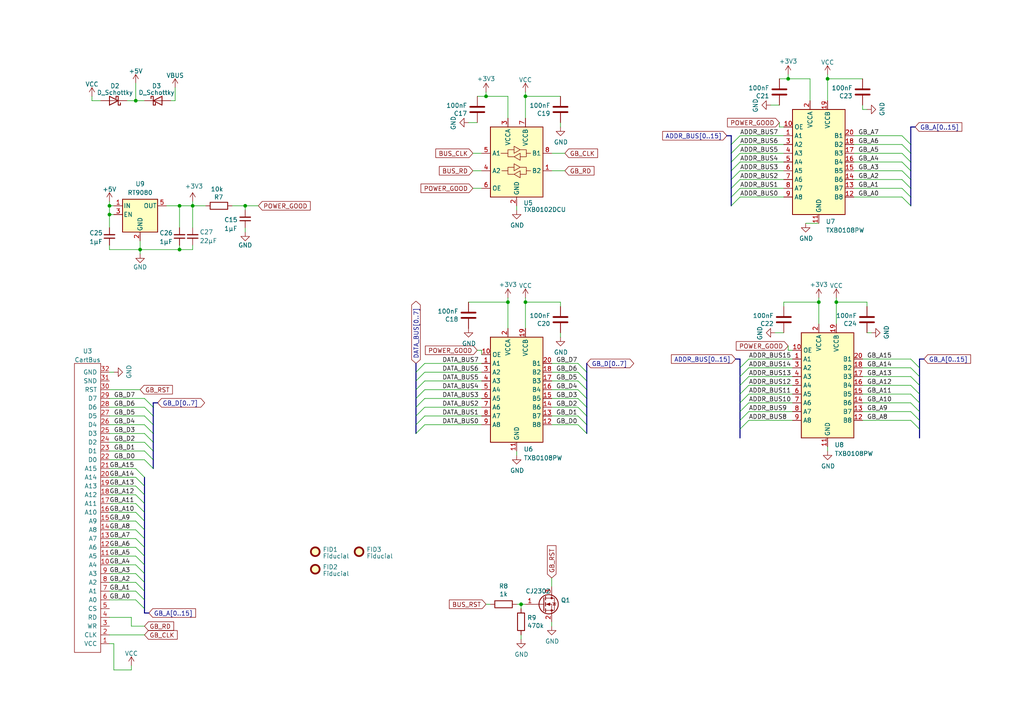
<source format=kicad_sch>
(kicad_sch (version 20250114) (generator "eeschema") (generator_version "9.0")
  (paper "A4")
  (lib_symbols
    (symbol "Device:C" (pin_numbers (hide yes)) (pin_names (offset 0.254))
      (property "Reference" "C" (at 0.635 2.54 0))
      (property "Value" "C" (at 0.635 -2.54 0))
      (symbol "C_0_1"
        (polyline (pts (xy -2.032 0.762) (xy 2.032 0.762)) (stroke (width 0.508)))
        (polyline (pts (xy -2.032 -0.762) (xy 2.032 -0.762)) (stroke (width 0.508)))
      )
      (symbol "C_1_1"
        (pin passive line (at 0 3.81 270) (length 2.794) (name "~") (number "1"))
        (pin passive line (at 0 -3.81 90) (length 2.794) (name "~") (number "2"))
      )
    )
    (symbol "Device:C_Small" (pin_numbers (hide yes)) (pin_names (offset 0.254) (hide yes))
      (property "Reference" "C" (at 0.254 1.778 0))
      (property "Value" "C_Small" (at 0.254 -2.032 0))
      (symbol "C_Small_0_1"
        (polyline (pts (xy -1.524 0.508) (xy 1.524 0.508)) (stroke (width 0.3048)))
        (polyline (pts (xy -1.524 -0.508) (xy 1.524 -0.508)) (stroke (width 0.3302)))
      )
      (symbol "C_Small_1_1"
        (pin passive line (at 0 2.54 270) (length 2.032) (name "~") (number "1"))
        (pin passive line (at 0 -2.54 90) (length 2.032) (name "~") (number "2"))
      )
    )
    (symbol "Device:D_Schottky" (pin_numbers (hide yes)) (pin_names (offset 1.016) (hide yes))
      (property "Reference" "D" (at 0 2.54 0))
      (property "Value" "D_Schottky" (at 0 -2.54 0))
      (symbol "D_Schottky_0_1"
        (polyline (pts (xy -1.905 0.635) (xy -1.905 1.27) (xy -1.27 1.27) (xy -1.27 -1.27) (xy -0.635 -1.27) (xy -0.635 -0.635)) (stroke (width 0.254)))
        (polyline (pts (xy 1.27 1.27) (xy 1.27 -1.27) (xy -1.27 0) (xy 1.27 1.27)) (stroke (width 0.254)))
        (polyline (pts (xy 1.27 0) (xy -1.27 0)))
      )
      (symbol "D_Schottky_1_1"
        (pin passive line (at -3.81 0 0) (length 2.54) (name "K") (number "1"))
        (pin passive line (at 3.81 0 180) (length 2.54) (name "A") (number "2"))
      )
    )
    (symbol "Device:Q_NMOS_GSD" (pin_names (offset 0) (hide yes))
      (property "Reference" "Q" (at 5.08 1.27 0))
      (property "Value" "Q_NMOS_GSD" (at 5.08 -1.27 0))
      (symbol "Q_NMOS_GSD_0_1"
        (polyline (pts (xy 0.254 1.905) (xy 0.254 -1.905)) (stroke (width 0.254)))
        (polyline (pts (xy 0.254 0) (xy -2.54 0)))
        (polyline (pts (xy 0.762 2.286) (xy 0.762 1.27)) (stroke (width 0.254)))
        (polyline (pts (xy 0.762 0.508) (xy 0.762 -0.508)) (stroke (width 0.254)))
        (polyline (pts (xy 0.762 -1.27) (xy 0.762 -2.286)) (stroke (width 0.254)))
        (polyline (pts (xy 0.762 -1.778) (xy 3.302 -1.778) (xy 3.302 1.778) (xy 0.762 1.778)))
        (polyline (pts (xy 1.016 0) (xy 2.032 0.381) (xy 2.032 -0.381) (xy 1.016 0)) (fill (type outline)))
        (circle (center 1.651 0) (radius 2.794) (stroke (width 0.254)))
        (polyline (pts (xy 2.54 2.54) (xy 2.54 1.778)))
        (circle (center 2.54 1.778) (radius 0.254) (fill (type outline)))
        (circle (center 2.54 -1.778) (radius 0.254) (fill (type outline)))
        (polyline (pts (xy 2.54 -2.54) (xy 2.54 0) (xy 0.762 0)))
        (polyline (pts (xy 2.794 0.508) (xy 2.921 0.381) (xy 3.683 0.381) (xy 3.81 0.254)))
        (polyline (pts (xy 3.302 0.381) (xy 2.921 -0.254) (xy 3.683 -0.254) (xy 3.302 0.381)))
      )
      (symbol "Q_NMOS_GSD_1_1"
        (pin input line (at -5.08 0 0) (length 2.54) (name "G") (number "1"))
        (pin passive line (at 2.54 5.08 270) (length 2.54) (name "D") (number "3"))
        (pin passive line (at 2.54 -5.08 90) (length 2.54) (name "S") (number "2"))
      )
    )
    (symbol "Device:R" (pin_numbers (hide yes)) (pin_names (offset 0))
      (property "Reference" "R" (at 2.032 0 90))
      (property "Value" "R" (at 0 0 90))
      (symbol "R_0_1"
        (rectangle (start -1.016 -2.54) (end 1.016 2.54) (stroke (width 0.254)))
      )
      (symbol "R_1_1"
        (pin passive line (at 0 3.81 270) (length 1.27) (name "~") (number "1"))
        (pin passive line (at 0 -3.81 90) (length 1.27) (name "~") (number "2"))
      )
    )
    (symbol "Gameboy:CartBus" (pin_names (offset 1.016))
      (property "Reference" "U?" (at 24.13 -11.43 0))
      (property "Value" "CartBus" (at 24.13 -8.89 0))
      (symbol "CartBus_0_1"
        (rectangle (start 66.04 0) (end -17.78 -7.62))
      )
      (symbol "CartBus_1_1"
        (pin unspecified line (at -15.24 2.54 270) (length 2.54) (name "VCC") (number "1"))
        (pin unspecified line (at -12.7 2.54 270) (length 2.54) (name "CLK~{}") (number "2"))
        (pin unspecified line (at -10.16 2.54 270) (length 2.54) (name "WR") (number "3"))
        (pin unspecified line (at -7.62 2.54 270) (length 2.54) (name "RD") (number "4"))
        (pin unspecified line (at -5.08 2.54 270) (length 2.54) (name "CS") (number "5"))
        (pin unspecified line (at -2.54 2.54 270) (length 2.54) (name "A0") (number "6"))
        (pin unspecified line (at 0 2.54 270) (length 2.54) (name "A1") (number "7"))
        (pin unspecified line (at 2.54 2.54 270) (length 2.54) (name "A2") (number "8"))
        (pin unspecified line (at 5.08 2.54 270) (length 2.54) (name "A3") (number "9"))
        (pin unspecified line (at 7.62 2.54 270) (length 2.54) (name "A4") (number "10"))
        (pin unspecified line (at 10.16 2.54 270) (length 2.54) (name "A5") (number "11"))
        (pin unspecified line (at 12.7 2.54 270) (length 2.54) (name "A6") (number "12"))
        (pin unspecified line (at 15.24 2.54 270) (length 2.54) (name "A7") (number "13"))
        (pin unspecified line (at 17.78 2.54 270) (length 2.54) (name "A8") (number "14"))
        (pin unspecified line (at 20.32 2.54 270) (length 2.54) (name "A9") (number "15"))
        (pin unspecified line (at 22.86 2.54 270) (length 2.54) (name "A10") (number "16"))
        (pin unspecified line (at 25.4 2.54 270) (length 2.54) (name "A11") (number "17"))
        (pin unspecified line (at 27.94 2.54 270) (length 2.54) (name "A12") (number "18"))
        (pin unspecified line (at 30.48 2.54 270) (length 2.54) (name "A13") (number "19"))
        (pin unspecified line (at 33.02 2.54 270) (length 2.54) (name "A14") (number "20"))
        (pin unspecified line (at 35.56 2.54 270) (length 2.54) (name "A15") (number "21"))
        (pin unspecified line (at 38.1 2.54 270) (length 2.54) (name "D0") (number "22"))
        (pin unspecified line (at 40.64 2.54 270) (length 2.54) (name "D1") (number "23"))
        (pin unspecified line (at 43.18 2.54 270) (length 2.54) (name "D2") (number "24"))
        (pin unspecified line (at 45.72 2.54 270) (length 2.54) (name "D3") (number "25"))
        (pin unspecified line (at 48.26 2.54 270) (length 2.54) (name "D4") (number "26"))
        (pin unspecified line (at 50.8 2.54 270) (length 2.54) (name "D5") (number "27"))
        (pin unspecified line (at 53.34 2.54 270) (length 2.54) (name "D6") (number "28"))
        (pin unspecified line (at 55.88 2.54 270) (length 2.54) (name "D7") (number "29"))
        (pin unspecified line (at 58.42 2.54 270) (length 2.54) (name "RST") (number "30"))
        (pin unspecified line (at 60.96 2.54 270) (length 2.54) (name "SND") (number "31"))
        (pin unspecified line (at 63.5 2.54 270) (length 2.54) (name "GND") (number "32"))
      )
    )
    (symbol "Logic_LevelTranslator:TXB0102DCU"
      (property "Reference" "U" (at -6.35 11.43 0))
      (property "Value" "TXB0102DCU" (at 3.81 11.43 0))
      (symbol "TXB0102DCU_0_1"
        (rectangle (start -7.62 10.16) (end 7.62 -10.16) (stroke (width 0.254)) (fill (type background)))
        (polyline (pts (xy -2.54 2.54) (xy -2.54 3.556) (xy -0.762 3.556)))
        (polyline (pts (xy -2.54 -2.54) (xy -2.54 -1.524) (xy -0.762 -1.524)))
        (polyline (pts (xy -0.762 2.54) (xy -0.762 4.572) (xy 1.016 3.556) (xy -0.762 2.54)))
        (polyline (pts (xy -0.762 1.524) (xy -2.54 1.524) (xy -2.54 2.54) (xy -4.572 2.54)))
        (polyline (pts (xy -0.762 -2.54) (xy -0.762 -0.508) (xy 1.016 -1.524) (xy -0.762 -2.54)))
        (polyline (pts (xy -0.762 -3.556) (xy -2.54 -3.556) (xy -2.54 -2.54) (xy -4.318 -2.54)))
        (polyline (pts (xy 1.016 3.556) (xy 2.794 3.556) (xy 2.794 2.54) (xy 4.064 2.54)))
        (polyline (pts (xy 1.016 2.54) (xy 1.016 0.762) (xy 1.016 0.508) (xy -0.762 1.524) (xy 1.016 2.54)))
        (polyline (pts (xy 1.016 -1.524) (xy 2.794 -1.524) (xy 2.794 -2.54) (xy 4.064 -2.54)))
        (polyline (pts (xy 1.016 -2.54) (xy 1.016 -4.572) (xy -0.762 -3.556) (xy 1.016 -2.54)))
        (polyline (pts (xy 2.794 2.54) (xy 2.794 1.524) (xy 1.016 1.524)))
        (polyline (pts (xy 2.794 -2.54) (xy 2.794 -3.556) (xy 1.016 -3.556)))
      )
      (symbol "TXB0102DCU_1_1"
        (pin bidirectional line (at -10.16 2.54 0) (length 2.54) (name "A1") (number "5"))
        (pin bidirectional line (at -10.16 -2.54 0) (length 2.54) (name "A2") (number "4"))
        (pin input line (at -10.16 -7.62 0) (length 2.54) (name "OE") (number "6"))
        (pin power_in line (at -2.54 12.7 270) (length 2.54) (name "VCCA") (number "3"))
        (pin power_in line (at 0 -12.7 90) (length 2.54) (name "GND") (number "2"))
        (pin power_in line (at 2.54 12.7 270) (length 2.54) (name "VCCB") (number "7"))
        (pin bidirectional line (at 10.16 2.54 180) (length 2.54) (name "B1") (number "8"))
        (pin bidirectional line (at 10.16 -2.54 180) (length 2.54) (name "B2") (number "1"))
      )
    )
    (symbol "Logic_LevelTranslator:TXS0108EPW"
      (property "Reference" "U" (at -6.35 16.51 0))
      (property "Value" "TXS0108EPW" (at 3.81 16.51 0))
      (symbol "TXS0108EPW_0_1"
        (rectangle (start -7.62 15.24) (end 7.62 -15.24) (stroke (width 0.254)) (fill (type background)))
      )
      (symbol "TXS0108EPW_1_1"
        (pin input line (at -10.16 10.16 0) (length 2.54) (name "OE") (number "10"))
        (pin bidirectional line (at -10.16 7.62 0) (length 2.54) (name "A1") (number "1"))
        (pin bidirectional line (at -10.16 5.08 0) (length 2.54) (name "A2") (number "3"))
        (pin bidirectional line (at -10.16 2.54 0) (length 2.54) (name "A3") (number "4"))
        (pin bidirectional line (at -10.16 0 0) (length 2.54) (name "A4") (number "5"))
        (pin bidirectional line (at -10.16 -2.54 0) (length 2.54) (name "A5") (number "6"))
        (pin bidirectional line (at -10.16 -5.08 0) (length 2.54) (name "A6") (number "7"))
        (pin bidirectional line (at -10.16 -7.62 0) (length 2.54) (name "A7") (number "8"))
        (pin bidirectional line (at -10.16 -10.16 0) (length 2.54) (name "A8") (number "9"))
        (pin power_in line (at -2.54 17.78 270) (length 2.54) (name "VCCA") (number "2"))
        (pin power_in line (at 0 -17.78 90) (length 2.54) (name "GND") (number "11"))
        (pin power_in line (at 2.54 17.78 270) (length 2.54) (name "VCCB") (number "19"))
        (pin bidirectional line (at 10.16 7.62 180) (length 2.54) (name "B1") (number "20"))
        (pin bidirectional line (at 10.16 5.08 180) (length 2.54) (name "B2") (number "18"))
        (pin bidirectional line (at 10.16 2.54 180) (length 2.54) (name "B3") (number "17"))
        (pin bidirectional line (at 10.16 0 180) (length 2.54) (name "B4") (number "16"))
        (pin bidirectional line (at 10.16 -2.54 180) (length 2.54) (name "B5") (number "15"))
        (pin bidirectional line (at 10.16 -5.08 180) (length 2.54) (name "B6") (number "14"))
        (pin bidirectional line (at 10.16 -7.62 180) (length 2.54) (name "B7") (number "13"))
        (pin bidirectional line (at 10.16 -10.16 180) (length 2.54) (name "B8") (number "12"))
      )
    )
    (symbol "Mechanical:Fiducial"
      (property "Reference" "FID" (at 0 5.08 0))
      (property "Value" "Fiducial" (at 0 3.175 0))
      (symbol "Fiducial_0_1"
        (circle (center 0 0) (radius 1.27) (stroke (width 0.508)) (fill (type background)))
      )
    )
    (symbol "Regulator_Linear:TLV75533PDBV" (pin_names (offset 0.254))
      (property "Reference" "U" (at -3.81 5.715 0))
      (property "Value" "TLV75533PDBV" (at 0 5.715 0))
      (symbol "TLV75533PDBV_0_1"
        (rectangle (start -5.08 4.445) (end 5.08 -5.08) (stroke (width 0.254)) (fill (type background)))
      )
      (symbol "TLV75533PDBV_1_1"
        (pin power_in line (at -7.62 2.54 0) (length 2.54) (name "IN") (number "1"))
        (pin input line (at -7.62 0 0) (length 2.54) (name "EN") (number "3"))
        (pin power_in line (at 0 -7.62 90) (length 2.54) (name "GND") (number "2"))
        (pin no_connect line (at 5.08 0 180) (length 2.54) (hide yes) (name "NC") (number "4"))
        (pin power_out line (at 7.62 2.54 180) (length 2.54) (name "OUT") (number "5"))
      )
    )
    (symbol "power:+3V3" (power) (pin_names (offset 0))
      (property "Value" "+3V3" (at 0 3.556 0))
      (symbol "+3V3_0_1"
        (polyline (pts (xy -0.762 1.27) (xy 0 2.54)))
        (polyline (pts (xy 0 2.54) (xy 0.762 1.27)))
        (polyline (pts (xy 0 0) (xy 0 2.54)))
      )
      (symbol "+3V3_1_1"
        (pin power_in line (at 0 0 90) (length 0) (hide yes) (name "+3V3") (number "1"))
      )
    )
    (symbol "power:+5V" (power) (pin_names (offset 0))
      (property "Value" "+5V" (at 0 3.556 0))
      (symbol "+5V_0_1"
        (polyline (pts (xy -0.762 1.27) (xy 0 2.54)))
        (polyline (pts (xy 0 2.54) (xy 0.762 1.27)))
        (polyline (pts (xy 0 0) (xy 0 2.54)))
      )
      (symbol "+5V_1_1"
        (pin power_in line (at 0 0 90) (length 0) (hide yes) (name "+5V") (number "1"))
      )
    )
    (symbol "power:GND" (power) (pin_names (offset 0))
      (property "Value" "GND" (at 0 -3.81 0))
      (symbol "GND_0_1"
        (polyline (pts (xy 0 0) (xy 0 -1.27) (xy 1.27 -1.27) (xy 0 -2.54) (xy -1.27 -1.27) (xy 0 -1.27)))
      )
      (symbol "GND_1_1"
        (pin power_in line (at 0 0 270) (length 0) (hide yes) (name "GND") (number "1"))
      )
    )
    (symbol "power:VBUS" (power) (pin_names (offset 0))
      (property "Value" "VBUS" (at 0 3.81 0))
      (symbol "VBUS_0_1"
        (polyline (pts (xy -0.762 1.27) (xy 0 2.54)))
        (polyline (pts (xy 0 2.54) (xy 0.762 1.27)))
        (polyline (pts (xy 0 0) (xy 0 2.54)))
      )
      (symbol "VBUS_1_1"
        (pin power_in line (at 0 0 90) (length 0) (hide yes) (name "VBUS") (number "1"))
      )
    )
    (symbol "power:VCC" (power) (pin_names (offset 0))
      (property "Value" "VCC" (at 0 3.81 0))
      (symbol "VCC_0_1"
        (polyline (pts (xy -0.762 1.27) (xy 0 2.54)))
        (polyline (pts (xy 0 2.54) (xy 0.762 1.27)))
        (polyline (pts (xy 0 0) (xy 0 2.54)))
      )
      (symbol "VCC_1_1"
        (pin power_in line (at 0 0 90) (length 0) (hide yes) (name "VCC") (number "1"))
      )
    )
  )
  (junction (at 31.75 59.69))
  (junction (at 152.4 87.63))
  (junction (at 140.97 27.94))
  (junction (at 39.37 29.21))
  (junction (at 52.07 59.69))
  (junction (at 152.4 27.94))
  (junction (at 71.12 59.69))
  (junction (at 237.49 87.63))
  (junction (at 151.13 175.26))
  (junction (at 240.03 22.86))
  (junction (at 147.32 87.63))
  (junction (at 52.07 72.39))
  (junction (at 55.88 59.69))
  (junction (at 242.57 87.63))
  (junction (at 228.6 22.86))
  (junction (at 31.75 62.23))
  (junction (at 40.64 72.39))
  (bus_entry (at 264.16 109.22) (size 2.54 2.54))
  (bus_entry (at 264.16 106.68) (size 2.54 2.54))
  (bus_entry (at 264.16 111.76) (size 2.54 2.54))
  (bus_entry (at 167.64 107.95) (size 2.54 2.54))
  (bus_entry (at 41.91 123.19) (size 2.54 2.54))
  (bus_entry (at 39.37 138.43) (size 2.54 2.54))
  (bus_entry (at 261.62 41.91) (size 2.54 2.54))
  (bus_entry (at 261.62 54.61) (size 2.54 2.54))
  (bus_entry (at 120.65 110.49) (size 2.54 -2.54))
  (bus_entry (at 167.64 115.57) (size 2.54 2.54))
  (bus_entry (at 264.16 104.14) (size 2.54 2.54))
  (bus_entry (at 261.62 46.99) (size 2.54 2.54))
  (bus_entry (at 214.63 111.76) (size 2.54 -2.54))
  (bus_entry (at 212.09 41.91) (size 2.54 -2.54))
  (bus_entry (at 214.63 121.92) (size 2.54 -2.54))
  (bus_entry (at 167.64 120.65) (size 2.54 2.54))
  (bus_entry (at 212.09 44.45) (size 2.54 -2.54))
  (bus_entry (at 167.64 118.11) (size 2.54 2.54))
  (bus_entry (at 214.63 114.3) (size 2.54 -2.54))
  (bus_entry (at 261.62 44.45) (size 2.54 2.54))
  (bus_entry (at 39.37 140.97) (size 2.54 2.54))
  (bus_entry (at 264.16 121.92) (size 2.54 2.54))
  (bus_entry (at 261.62 57.15) (size 2.54 2.54))
  (bus_entry (at 167.64 123.19) (size 2.54 2.54))
  (bus_entry (at 39.37 143.51) (size 2.54 2.54))
  (bus_entry (at 261.62 52.07) (size 2.54 2.54))
  (bus_entry (at 212.09 59.69) (size 2.54 -2.54))
  (bus_entry (at 264.16 116.84) (size 2.54 2.54))
  (bus_entry (at 39.37 135.89) (size 2.54 2.54))
  (bus_entry (at 120.65 115.57) (size 2.54 -2.54))
  (bus_entry (at 120.65 125.73) (size 2.54 -2.54))
  (bus_entry (at 214.63 119.38) (size 2.54 -2.54))
  (bus_entry (at 39.37 173.99) (size 2.54 2.54))
  (bus_entry (at 214.63 124.46) (size 2.54 -2.54))
  (bus_entry (at 214.63 106.68) (size 2.54 -2.54))
  (bus_entry (at 39.37 166.37) (size 2.54 2.54))
  (bus_entry (at 212.09 49.53) (size 2.54 -2.54))
  (bus_entry (at 41.91 115.57) (size 2.54 2.54))
  (bus_entry (at 39.37 153.67) (size 2.54 2.54))
  (bus_entry (at 120.65 107.95) (size 2.54 -2.54))
  (bus_entry (at 212.09 52.07) (size 2.54 -2.54))
  (bus_entry (at 214.63 109.22) (size 2.54 -2.54))
  (bus_entry (at 120.65 113.03) (size 2.54 -2.54))
  (bus_entry (at 41.91 133.35) (size 2.54 2.54))
  (bus_entry (at 261.62 49.53) (size 2.54 2.54))
  (bus_entry (at 39.37 151.13) (size 2.54 2.54))
  (bus_entry (at 167.64 110.49) (size 2.54 2.54))
  (bus_entry (at 264.16 119.38) (size 2.54 2.54))
  (bus_entry (at 214.63 116.84) (size 2.54 -2.54))
  (bus_entry (at 167.64 113.03) (size 2.54 2.54))
  (bus_entry (at 39.37 148.59) (size 2.54 2.54))
  (bus_entry (at 39.37 156.21) (size 2.54 2.54))
  (bus_entry (at 41.91 125.73) (size 2.54 2.54))
  (bus_entry (at 41.91 120.65) (size 2.54 2.54))
  (bus_entry (at 39.37 163.83) (size 2.54 2.54))
  (bus_entry (at 120.65 123.19) (size 2.54 -2.54))
  (bus_entry (at 39.37 161.29) (size 2.54 2.54))
  (bus_entry (at 41.91 128.27) (size 2.54 2.54))
  (bus_entry (at 261.62 39.37) (size 2.54 2.54))
  (bus_entry (at 39.37 171.45) (size 2.54 2.54))
  (bus_entry (at 212.09 54.61) (size 2.54 -2.54))
  (bus_entry (at 212.09 46.99) (size 2.54 -2.54))
  (bus_entry (at 39.37 158.75) (size 2.54 2.54))
  (bus_entry (at 41.91 130.81) (size 2.54 2.54))
  (bus_entry (at 264.16 114.3) (size 2.54 2.54))
  (bus_entry (at 120.65 118.11) (size 2.54 -2.54))
  (bus_entry (at 39.37 146.05) (size 2.54 2.54))
  (bus_entry (at 41.91 118.11) (size 2.54 2.54))
  (bus_entry (at 39.37 168.91) (size 2.54 2.54))
  (bus_entry (at 212.09 57.15) (size 2.54 -2.54))
  (bus_entry (at 120.65 120.65) (size 2.54 -2.54))
  (bus_entry (at 167.64 105.41) (size 2.54 2.54))
  (wire (pts (xy 31.75 168.91) (xy 39.37 168.91)))
  (wire (pts (xy 137.16 49.53) (xy 139.7 49.53)))
  (wire (pts (xy 250.19 109.22) (xy 264.16 109.22)))
  (bus (pts (xy 41.91 168.91) (xy 41.91 171.45)))
  (wire (pts (xy 160.02 120.65) (xy 167.64 120.65)))
  (bus (pts (xy 120.65 115.57) (xy 120.65 118.11)))
  (bus (pts (xy 212.09 54.61) (xy 212.09 57.15)))
  (bus (pts (xy 214.63 114.3) (xy 214.63 116.84)))
  (wire (pts (xy 140.97 27.94) (xy 138.43 27.94)))
  (wire (pts (xy 234.95 22.86) (xy 234.95 29.21)))
  (wire (pts (xy 123.19 115.57) (xy 139.7 115.57)))
  (wire (pts (xy 149.86 59.69) (xy 149.86 60.96)))
  (wire (pts (xy 31.75 123.19) (xy 41.91 123.19)))
  (wire (pts (xy 228.6 21.59) (xy 228.6 22.86)))
  (bus (pts (xy 41.91 153.67) (xy 41.91 156.21)))
  (wire (pts (xy 40.64 72.39) (xy 52.07 72.39)))
  (wire (pts (xy 152.4 26.67) (xy 152.4 27.94)))
  (wire (pts (xy 31.75 146.05) (xy 39.37 146.05)))
  (wire (pts (xy 250.19 31.75) (xy 251.46 31.75)))
  (wire (pts (xy 31.75 148.59) (xy 39.37 148.59)))
  (bus (pts (xy 170.18 105.41) (xy 170.18 107.95)))
  (wire (pts (xy 31.75 143.51) (xy 39.37 143.51)))
  (wire (pts (xy 162.56 35.56) (xy 162.56 36.83)))
  (bus (pts (xy 170.18 115.57) (xy 170.18 118.11)))
  (wire (pts (xy 33.02 194.31) (xy 38.1 194.31)))
  (wire (pts (xy 217.17 121.92) (xy 229.87 121.92)))
  (bus (pts (xy 266.7 119.38) (xy 266.7 121.92)))
  (wire (pts (xy 123.19 107.95) (xy 139.7 107.95)))
  (wire (pts (xy 217.17 114.3) (xy 229.87 114.3)))
  (wire (pts (xy 31.75 158.75) (xy 39.37 158.75)))
  (wire (pts (xy 240.03 22.86) (xy 240.03 29.21)))
  (bus (pts (xy 264.16 52.07) (xy 264.16 54.61)))
  (bus (pts (xy 44.45 118.11) (xy 44.45 116.84)))
  (bus (pts (xy 41.91 143.51) (xy 41.91 146.05)))
  (wire (pts (xy 36.83 29.21) (xy 39.37 29.21)))
  (bus (pts (xy 44.45 133.35) (xy 44.45 135.89)))
  (wire (pts (xy 227.33 88.9) (xy 227.33 87.63)))
  (bus (pts (xy 214.63 124.46) (xy 214.63 127)))
  (wire (pts (xy 250.19 30.48) (xy 250.19 31.75)))
  (wire (pts (xy 39.37 24.13) (xy 39.37 29.21)))
  (bus (pts (xy 41.91 156.21) (xy 41.91 158.75)))
  (bus (pts (xy 266.7 116.84) (xy 266.7 119.38)))
  (wire (pts (xy 31.75 118.11) (xy 41.91 118.11)))
  (wire (pts (xy 31.75 138.43) (xy 39.37 138.43)))
  (wire (pts (xy 123.19 105.41) (xy 139.7 105.41)))
  (bus (pts (xy 264.16 36.83) (xy 265.43 36.83)))
  (wire (pts (xy 31.75 186.69) (xy 33.02 186.69)))
  (bus (pts (xy 266.7 124.46) (xy 266.7 127)))
  (wire (pts (xy 217.17 106.68) (xy 229.87 106.68)))
  (wire (pts (xy 40.64 69.85) (xy 40.64 72.39)))
  (bus (pts (xy 41.91 140.97) (xy 41.91 143.51)))
  (bus (pts (xy 264.16 49.53) (xy 264.16 52.07)))
  (bus (pts (xy 212.09 39.37) (xy 212.09 41.91)))
  (wire (pts (xy 217.17 109.22) (xy 229.87 109.22)))
  (wire (pts (xy 247.65 54.61) (xy 261.62 54.61)))
  (wire (pts (xy 71.12 66.04) (xy 71.12 67.31)))
  (wire (pts (xy 152.4 27.94) (xy 152.4 34.29)))
  (wire (pts (xy 214.63 57.15) (xy 227.33 57.15)))
  (wire (pts (xy 160.02 115.57) (xy 167.64 115.57)))
  (wire (pts (xy 137.16 44.45) (xy 139.7 44.45)))
  (wire (pts (xy 160.02 123.19) (xy 167.64 123.19)))
  (wire (pts (xy 227.33 87.63) (xy 237.49 87.63)))
  (wire (pts (xy 247.65 41.91) (xy 261.62 41.91)))
  (wire (pts (xy 31.75 125.73) (xy 41.91 125.73)))
  (wire (pts (xy 247.65 49.53) (xy 261.62 49.53)))
  (wire (pts (xy 152.4 86.36) (xy 152.4 87.63)))
  (wire (pts (xy 247.65 52.07) (xy 261.62 52.07)))
  (wire (pts (xy 138.43 101.6) (xy 139.7 101.6)))
  (wire (pts (xy 31.75 113.03) (xy 40.64 113.03)))
  (wire (pts (xy 55.88 71.12) (xy 55.88 72.39)))
  (wire (pts (xy 160.02 180.34) (xy 160.02 181.61)))
  (bus (pts (xy 266.7 111.76) (xy 266.7 114.3)))
  (bus (pts (xy 41.91 176.53) (xy 41.91 177.8)))
  (bus (pts (xy 41.91 173.99) (xy 41.91 176.53)))
  (wire (pts (xy 214.63 52.07) (xy 227.33 52.07)))
  (wire (pts (xy 31.75 120.65) (xy 41.91 120.65)))
  (wire (pts (xy 31.75 133.35) (xy 41.91 133.35)))
  (wire (pts (xy 228.6 100.33) (xy 228.6 101.6)))
  (wire (pts (xy 71.12 60.96) (xy 71.12 59.69)))
  (bus (pts (xy 214.63 116.84) (xy 214.63 119.38)))
  (bus (pts (xy 120.65 110.49) (xy 120.65 113.03)))
  (bus (pts (xy 214.63 109.22) (xy 214.63 106.68)))
  (wire (pts (xy 224.79 96.52) (xy 227.33 96.52)))
  (bus (pts (xy 170.18 123.19) (xy 170.18 125.73)))
  (bus (pts (xy 41.91 177.8) (xy 43.18 177.8)))
  (wire (pts (xy 33.02 186.69) (xy 33.02 194.31)))
  (wire (pts (xy 223.52 30.48) (xy 226.06 30.48)))
  (wire (pts (xy 52.07 59.69) (xy 52.07 66.04)))
  (bus (pts (xy 44.45 116.84) (xy 45.72 116.84)))
  (wire (pts (xy 55.88 66.04) (xy 55.88 59.69)))
  (bus (pts (xy 212.09 46.99) (xy 212.09 49.53)))
  (wire (pts (xy 31.75 62.23) (xy 31.75 66.04)))
  (bus (pts (xy 264.16 44.45) (xy 264.16 46.99)))
  (wire (pts (xy 26.67 29.21) (xy 26.67 27.94)))
  (wire (pts (xy 31.75 128.27) (xy 41.91 128.27)))
  (wire (pts (xy 151.13 184.15) (xy 151.13 185.42)))
  (wire (pts (xy 31.75 166.37) (xy 39.37 166.37)))
  (wire (pts (xy 67.31 59.69) (xy 71.12 59.69)))
  (bus (pts (xy 213.36 104.14) (xy 214.63 104.14)))
  (wire (pts (xy 214.63 46.99) (xy 227.33 46.99)))
  (wire (pts (xy 163.83 44.45) (xy 160.02 44.45)))
  (bus (pts (xy 41.91 151.13) (xy 41.91 153.67)))
  (wire (pts (xy 31.75 71.12) (xy 31.75 72.39)))
  (wire (pts (xy 123.19 118.11) (xy 139.7 118.11)))
  (wire (pts (xy 48.26 59.69) (xy 52.07 59.69)))
  (wire (pts (xy 31.75 163.83) (xy 39.37 163.83)))
  (wire (pts (xy 71.12 59.69) (xy 74.93 59.69)))
  (wire (pts (xy 240.03 22.86) (xy 250.19 22.86)))
  (bus (pts (xy 44.45 130.81) (xy 44.45 133.35)))
  (wire (pts (xy 229.87 101.6) (xy 228.6 101.6)))
  (bus (pts (xy 170.18 110.49) (xy 170.18 113.03)))
  (wire (pts (xy 147.32 34.29) (xy 147.32 27.94)))
  (wire (pts (xy 250.19 104.14) (xy 264.16 104.14)))
  (wire (pts (xy 162.56 87.63) (xy 152.4 87.63)))
  (wire (pts (xy 242.57 87.63) (xy 251.46 87.63)))
  (bus (pts (xy 41.91 171.45) (xy 41.91 173.99)))
  (wire (pts (xy 31.75 153.67) (xy 39.37 153.67)))
  (bus (pts (xy 41.91 138.43) (xy 41.91 140.97)))
  (wire (pts (xy 242.57 86.36) (xy 242.57 87.63)))
  (bus (pts (xy 120.65 123.19) (xy 120.65 125.73)))
  (wire (pts (xy 251.46 96.52) (xy 252.73 96.52)))
  (bus (pts (xy 120.65 107.95) (xy 120.65 110.49)))
  (bus (pts (xy 120.65 118.11) (xy 120.65 120.65)))
  (wire (pts (xy 217.17 119.38) (xy 229.87 119.38)))
  (wire (pts (xy 55.88 59.69) (xy 59.69 59.69)))
  (wire (pts (xy 214.63 54.61) (xy 227.33 54.61)))
  (wire (pts (xy 217.17 116.84) (xy 229.87 116.84)))
  (bus (pts (xy 120.65 113.03) (xy 120.65 115.57)))
  (bus (pts (xy 41.91 163.83) (xy 41.91 166.37)))
  (bus (pts (xy 264.16 41.91) (xy 264.16 44.45)))
  (bus (pts (xy 41.91 161.29) (xy 41.91 163.83)))
  (wire (pts (xy 237.49 87.63) (xy 237.49 93.98)))
  (wire (pts (xy 160.02 49.53) (xy 163.83 49.53)))
  (wire (pts (xy 123.19 123.19) (xy 139.7 123.19)))
  (bus (pts (xy 214.63 106.68) (xy 214.63 104.14)))
  (wire (pts (xy 38.1 181.61) (xy 41.91 181.61)))
  (wire (pts (xy 149.86 175.26) (xy 151.13 175.26)))
  (wire (pts (xy 162.56 88.9) (xy 162.56 87.63)))
  (wire (pts (xy 139.7 101.6) (xy 139.7 102.87)))
  (wire (pts (xy 250.19 106.68) (xy 264.16 106.68)))
  (bus (pts (xy 170.18 118.11) (xy 170.18 120.65)))
  (wire (pts (xy 147.32 87.63) (xy 147.32 86.36)))
  (wire (pts (xy 40.64 72.39) (xy 40.64 73.66)))
  (bus (pts (xy 41.91 166.37) (xy 41.91 168.91)))
  (bus (pts (xy 170.18 120.65) (xy 170.18 123.19)))
  (bus (pts (xy 266.7 109.22) (xy 266.7 111.76)))
  (bus (pts (xy 170.18 107.95) (xy 170.18 110.49)))
  (wire (pts (xy 160.02 167.64) (xy 160.02 170.18)))
  (wire (pts (xy 31.75 107.95) (xy 33.02 107.95)))
  (wire (pts (xy 38.1 194.31) (xy 38.1 193.04)))
  (wire (pts (xy 31.75 58.42) (xy 31.75 59.69)))
  (wire (pts (xy 152.4 27.94) (xy 162.56 27.94)))
  (bus (pts (xy 264.16 54.61) (xy 264.16 57.15)))
  (wire (pts (xy 147.32 27.94) (xy 140.97 27.94)))
  (wire (pts (xy 31.75 135.89) (xy 39.37 135.89)))
  (wire (pts (xy 31.75 140.97) (xy 39.37 140.97)))
  (wire (pts (xy 214.63 41.91) (xy 227.33 41.91)))
  (bus (pts (xy 266.7 106.68) (xy 266.7 109.22)))
  (bus (pts (xy 266.7 114.3) (xy 266.7 116.84)))
  (wire (pts (xy 247.65 57.15) (xy 261.62 57.15)))
  (wire (pts (xy 52.07 59.69) (xy 55.88 59.69)))
  (wire (pts (xy 31.75 115.57) (xy 41.91 115.57)))
  (bus (pts (xy 212.09 52.07) (xy 212.09 54.61)))
  (bus (pts (xy 41.91 148.59) (xy 41.91 151.13)))
  (wire (pts (xy 123.19 120.65) (xy 139.7 120.65)))
  (bus (pts (xy 264.16 36.83) (xy 264.16 41.91)))
  (wire (pts (xy 234.95 22.86) (xy 228.6 22.86)))
  (wire (pts (xy 149.86 130.81) (xy 149.86 132.08)))
  (bus (pts (xy 214.63 109.22) (xy 214.63 111.76)))
  (wire (pts (xy 250.19 119.38) (xy 264.16 119.38)))
  (wire (pts (xy 227.33 36.83) (xy 226.06 36.83)))
  (bus (pts (xy 266.7 104.14) (xy 266.7 106.68)))
  (wire (pts (xy 39.37 29.21) (xy 41.91 29.21)))
  (bus (pts (xy 212.09 49.53) (xy 212.09 52.07)))
  (wire (pts (xy 242.57 87.63) (xy 242.57 93.98)))
  (wire (pts (xy 31.75 171.45) (xy 39.37 171.45)))
  (wire (pts (xy 214.63 39.37) (xy 227.33 39.37)))
  (wire (pts (xy 52.07 71.12) (xy 52.07 72.39)))
  (wire (pts (xy 250.19 114.3) (xy 264.16 114.3)))
  (bus (pts (xy 41.91 146.05) (xy 41.91 148.59)))
  (wire (pts (xy 31.75 156.21) (xy 39.37 156.21)))
  (wire (pts (xy 152.4 87.63) (xy 152.4 95.25)))
  (wire (pts (xy 162.56 96.52) (xy 162.56 97.79)))
  (bus (pts (xy 212.09 41.91) (xy 212.09 44.45)))
  (wire (pts (xy 38.1 179.07) (xy 38.1 181.61)))
  (wire (pts (xy 29.21 29.21) (xy 26.67 29.21)))
  (wire (pts (xy 217.17 104.14) (xy 229.87 104.14)))
  (wire (pts (xy 55.88 58.42) (xy 55.88 59.69)))
  (wire (pts (xy 151.13 175.26) (xy 151.13 176.53)))
  (wire (pts (xy 31.75 151.13) (xy 39.37 151.13)))
  (wire (pts (xy 247.65 39.37) (xy 261.62 39.37)))
  (wire (pts (xy 123.19 113.03) (xy 139.7 113.03)))
  (wire (pts (xy 137.16 54.61) (xy 139.7 54.61)))
  (wire (pts (xy 31.75 179.07) (xy 38.1 179.07)))
  (wire (pts (xy 49.53 29.21) (xy 50.8 29.21)))
  (bus (pts (xy 41.91 158.75) (xy 41.91 161.29)))
  (bus (pts (xy 44.45 120.65) (xy 44.45 123.19)))
  (wire (pts (xy 160.02 105.41) (xy 167.64 105.41)))
  (wire (pts (xy 123.19 110.49) (xy 139.7 110.49)))
  (wire (pts (xy 135.89 35.56) (xy 138.43 35.56)))
  (wire (pts (xy 160.02 107.95) (xy 167.64 107.95)))
  (bus (pts (xy 44.45 128.27) (xy 44.45 130.81)))
  (bus (pts (xy 266.7 104.14) (xy 267.97 104.14)))
  (wire (pts (xy 52.07 72.39) (xy 55.88 72.39)))
  (wire (pts (xy 160.02 113.03) (xy 167.64 113.03)))
  (bus (pts (xy 214.63 121.92) (xy 214.63 124.46)))
  (wire (pts (xy 31.75 59.69) (xy 33.02 59.69)))
  (wire (pts (xy 250.19 121.92) (xy 264.16 121.92)))
  (bus (pts (xy 214.63 111.76) (xy 214.63 114.3)))
  (bus (pts (xy 44.45 118.11) (xy 44.45 120.65)))
  (wire (pts (xy 250.19 111.76) (xy 264.16 111.76)))
  (wire (pts (xy 31.75 130.81) (xy 41.91 130.81)))
  (wire (pts (xy 217.17 111.76) (xy 229.87 111.76)))
  (wire (pts (xy 247.65 44.45) (xy 261.62 44.45)))
  (bus (pts (xy 44.45 123.19) (xy 44.45 125.73)))
  (wire (pts (xy 226.06 35.56) (xy 226.06 36.83)))
  (wire (pts (xy 31.75 161.29) (xy 39.37 161.29)))
  (bus (pts (xy 120.65 105.41) (xy 120.65 107.95)))
  (wire (pts (xy 237.49 86.36) (xy 237.49 87.63)))
  (bus (pts (xy 120.65 120.65) (xy 120.65 123.19)))
  (wire (pts (xy 160.02 110.49) (xy 167.64 110.49)))
  (wire (pts (xy 31.75 72.39) (xy 40.64 72.39)))
  (bus (pts (xy 264.16 57.15) (xy 264.16 59.69)))
  (wire (pts (xy 31.75 173.99) (xy 39.37 173.99)))
  (bus (pts (xy 44.45 125.73) (xy 44.45 128.27)))
  (bus (pts (xy 170.18 113.03) (xy 170.18 115.57)))
  (bus (pts (xy 266.7 121.92) (xy 266.7 124.46)))
  (wire (pts (xy 140.97 175.26) (xy 142.24 175.26)))
  (bus (pts (xy 212.09 57.15) (xy 212.09 59.69)))
  (bus (pts (xy 264.16 46.99) (xy 264.16 49.53)))
  (wire (pts (xy 251.46 87.63) (xy 251.46 88.9)))
  (wire (pts (xy 140.97 26.67) (xy 140.97 27.94)))
  (wire (pts (xy 214.63 44.45) (xy 227.33 44.45)))
  (wire (pts (xy 214.63 49.53) (xy 227.33 49.53)))
  (wire (pts (xy 160.02 118.11) (xy 167.64 118.11)))
  (wire (pts (xy 50.8 29.21) (xy 50.8 25.4)))
  (wire (pts (xy 151.13 175.26) (xy 152.4 175.26)))
  (bus (pts (xy 212.09 44.45) (xy 212.09 46.99)))
  (wire (pts (xy 31.75 184.15) (xy 41.91 184.15)))
  (bus (pts (xy 214.63 119.38) (xy 214.63 121.92)))
  (wire (pts (xy 240.03 129.54) (xy 240.03 130.81)))
  (wire (pts (xy 247.65 46.99) (xy 261.62 46.99)))
  (wire (pts (xy 147.32 87.63) (xy 147.32 95.25)))
  (wire (pts (xy 31.75 62.23) (xy 33.02 62.23)))
  (wire (pts (xy 233.68 64.77) (xy 237.49 64.77)))
  (wire (pts (xy 240.03 21.59) (xy 240.03 22.86)))
  (wire (pts (xy 135.89 87.63) (xy 147.32 87.63)))
  (wire (pts (xy 250.19 116.84) (xy 264.16 116.84)))
  (wire (pts (xy 228.6 22.86) (xy 226.06 22.86)))
  (wire (pts (xy 31.75 59.69) (xy 31.75 62.23)))
  (bus (pts (xy 210.82 39.37) (xy 212.09 39.37)))
  (label "GB_D5" (at 161.29 110.49 0))
  (label "GB_A7" (at 31.75 156.21 0))
  (label "ADDR_BUS15" (at 217.17 104.14 0))
  (label "GB_D2" (at 161.29 118.11 0))
  (label "ADDR_BUS10" (at 217.17 116.84 0))
  (label "GB_A2" (at 248.92 52.07 0))
  (label "ADDR_BUS13" (at 217.17 109.22 0))
  (label "GB_A8" (at 31.75 153.67 0))
  (label "GB_D7" (at 33.02 115.57 0))
  (label "GB_A5" (at 248.92 44.45 0))
  (label "GB_A8" (at 251.46 121.92 0))
  (label "GB_A9" (at 31.75 151.13 0))
  (label "GB_A0" (at 31.75 173.99 0))
  (label "DATA_BUS1" (at 128.27 120.65 0))
  (label "ADDR_BUS6" (at 214.63 41.91 0))
  (label "GB_A14" (at 31.75 138.43 0))
  (label "GB_A1" (at 248.92 54.61 0))
  (label "DATA_BUS2" (at 128.27 118.11 0))
  (label "GB_A12" (at 31.75 143.51 0))
  (label "GB_A15" (at 31.75 135.89 0))
  (label "GB_A3" (at 248.92 49.53 0))
  (label "ADDR_BUS7" (at 214.63 39.37 0))
  (label "ADDR_BUS11" (at 217.17 114.3 0))
  (label "GB_D1" (at 33.02 130.81 0))
  (label "GB_A5" (at 31.75 161.29 0))
  (label "ADDR_BUS4" (at 214.63 46.99 0))
  (label "GB_D5" (at 33.02 120.65 0))
  (label "GB_D1" (at 161.29 120.65 0))
  (label "GB_D3" (at 161.29 115.57 0))
  (label "ADDR_BUS8" (at 217.17 121.92 0))
  (label "ADDR_BUS9" (at 217.17 119.38 0))
  (label "GB_D6" (at 33.02 118.11 0))
  (label "DATA_BUS5" (at 128.27 110.49 0))
  (label "GB_A13" (at 251.46 109.22 0))
  (label "GB_A10" (at 251.46 116.84 0))
  (label "GB_A15" (at 251.46 104.14 0))
  (label "GB_A0" (at 248.92 57.15 0))
  (label "GB_D6" (at 161.29 107.95 0))
  (label "ADDR_BUS12" (at 217.17 111.76 0))
  (label "GB_A6" (at 248.92 41.91 0))
  (label "GB_A6" (at 31.75 158.75 0))
  (label "GB_A12" (at 251.46 111.76 0))
  (label "DATA_BUS3" (at 128.27 115.57 0))
  (label "ADDR_BUS14" (at 217.17 106.68 0))
  (label "GB_A7" (at 248.92 39.37 0))
  (label "GB_A13" (at 31.75 140.97 0))
  (label "GB_D7" (at 161.29 105.41 0))
  (label "GB_A9" (at 251.46 119.38 0))
  (label "GB_D2" (at 33.02 128.27 0))
  (label "GB_D3" (at 33.02 125.73 0))
  (label "DATA_BUS4" (at 128.27 113.03 0))
  (label "GB_A11" (at 31.75 146.05 0))
  (label "DATA_BUS6" (at 128.27 107.95 0))
  (label "DATA_BUS0" (at 128.27 123.19 0))
  (label "ADDR_BUS5" (at 214.63 44.45 0))
  (label "DATA_BUS7" (at 128.27 105.41 0))
  (label "GB_A11" (at 251.46 114.3 0))
  (label "GB_D0" (at 161.29 123.19 0))
  (label "GB_A10" (at 31.75 148.59 0))
  (label "GB_A2" (at 31.75 168.91 0))
  (label "ADDR_BUS2" (at 214.63 52.07 0))
  (label "GB_D4" (at 161.29 113.03 0))
  (label "GB_D0" (at 33.02 133.35 0))
  (label "ADDR_BUS1" (at 214.63 54.61 0))
  (label "ADDR_BUS0" (at 214.63 57.15 0))
  (label "GB_A4" (at 248.92 46.99 0))
  (label "GB_A3" (at 31.75 166.37 0))
  (label "GB_A4" (at 31.75 163.83 0))
  (label "GB_A14" (at 251.46 106.68 0))
  (label "GB_A1" (at 31.75 171.45 0))
  (label "ADDR_BUS3" (at 214.63 49.53 0))
  (label "GB_D4" (at 33.02 123.19 0))
  (global_label "GB_RD" (shape input) (at 163.83 49.53 0) (property "Intersheetrefs" "${INTERSHEET_REFS}" (effects (hide yes))))
  (global_label "GB_RST" (shape input) (at 160.02 167.64 90) (property "Intersheetrefs" "${INTERSHEET_REFS}" (effects (hide yes))))
  (global_label "ADDR_BUS[0..15]" (shape input) (at 213.36 104.14 180) (property "Intersheetrefs" "${INTERSHEET_REFS}" (effects (hide yes))))
  (global_label "GB_CLK" (shape input) (at 163.83 44.45 0) (property "Intersheetrefs" "${INTERSHEET_REFS}" (effects (hide yes))))
  (global_label "BUS_CLK" (shape input) (at 137.16 44.45 180) (property "Intersheetrefs" "${INTERSHEET_REFS}" (effects (hide yes))))
  (global_label "POWER_GOOD" (shape input) (at 137.16 54.61 180) (property "Intersheetrefs" "${INTERSHEET_REFS}" (effects (hide yes))))
  (global_label "BUS_RD" (shape input) (at 137.16 49.53 180) (property "Intersheetrefs" "${INTERSHEET_REFS}" (effects (hide yes))))
  (global_label "GB_A[0..15]" (shape input) (at 43.18 177.8 0) (property "Intersheetrefs" "${INTERSHEET_REFS}" (effects (hide yes))))
  (global_label "GB_D[0..7]" (shape bidirectional) (at 45.72 116.84 0) (property "Intersheetrefs" "${INTERSHEET_REFS}" (effects (hide yes))))
  (global_label "POWER_GOOD" (shape input) (at 138.43 101.6 180) (property "Intersheetrefs" "${INTERSHEET_REFS}" (effects (hide yes))))
  (global_label "ADDR_BUS[0..15]" (shape input) (at 210.82 39.37 180) (property "Intersheetrefs" "${INTERSHEET_REFS}" (effects (hide yes))))
  (global_label "POWER_GOOD" (shape input) (at 74.93 59.69 0) (property "Intersheetrefs" "${INTERSHEET_REFS}" (effects (hide yes))))
  (global_label "DATA_BUS[0..7]" (shape bidirectional) (at 120.65 105.41 90) (property "Intersheetrefs" "${INTERSHEET_REFS}" (effects (hide yes))))
  (global_label "GB_A[0..15]" (shape input) (at 267.97 104.14 0) (property "Intersheetrefs" "${INTERSHEET_REFS}" (effects (hide yes))))
  (global_label "GB_RD" (shape input) (at 41.91 181.61 0) (property "Intersheetrefs" "${INTERSHEET_REFS}" (effects (hide yes))))
  (global_label "POWER_GOOD" (shape input) (at 228.6 100.33 180) (property "Intersheetrefs" "${INTERSHEET_REFS}" (effects (hide yes))))
  (global_label "GB_CLK" (shape input) (at 41.91 184.15 0) (property "Intersheetrefs" "${INTERSHEET_REFS}" (effects (hide yes))))
  (global_label "BUS_RST" (shape input) (at 140.97 175.26 180) (property "Intersheetrefs" "${INTERSHEET_REFS}" (effects (hide yes))))
  (global_label "POWER_GOOD" (shape input) (at 226.06 35.56 180) (property "Intersheetrefs" "${INTERSHEET_REFS}" (effects (hide yes))))
  (global_label "GB_A[0..15]" (shape input) (at 265.43 36.83 0) (property "Intersheetrefs" "${INTERSHEET_REFS}" (effects (hide yes))))
  (global_label "GB_RST" (shape input) (at 40.64 113.03 0) (property "Intersheetrefs" "${INTERSHEET_REFS}" (effects (hide yes))))
  (global_label "GB_D[0..7]" (shape bidirectional) (at 170.18 105.41 0) (property "Intersheetrefs" "${INTERSHEET_REFS}" (effects (hide yes))))
  (symbol (lib_id "Logic_LevelTranslator:TXS0108EPW") (at 149.86 113.03 0) (unit 1)
    (property "Reference" "U6" (at 151.8794 130.3004 0) (effects (justify left)))
    (property "Value" "TXB0108PW" (at 151.8794 132.8373 0) (effects (justify left)))
    (property "Footprint" "Package_SO:TSSOP-20_4.4x6.5mm_P0.65mm" (effects (hide yes)))
    (property "Datasheet" "www.ti.com/lit/ds/symlink/txs0108e.pdf" (effects (hide yes)))
    (property "LCSC" "C53406" (effects (hide yes)))
  )
  (symbol (lib_id "Device:D_Schottky") (at 45.72 29.21 0) (unit 1)
    (property "Reference" "D3" (at 45.4025 24.9301 0))
    (property "Value" "D_Schottky" (at 45.4025 26.8511 0))
    (property "Footprint" "Diode_SMD:D_SOD-323" (effects (hide yes)))
    (property "LCSC" "C669022" (effects (hide yes)))
  )
  (symbol (lib_id "power:+3V3") (at 147.32 86.36 0) (unit 1)
    (property "Reference" "#PWR041" (effects (hide yes)))
    (property "Value" "+3V3" (at 147.32 82.55 0))
  )
  (symbol (lib_id "Device:C") (at 162.56 92.71 180) (unit 1)
    (property "Reference" "C20" (at 159.639 93.8784 0) (effects (justify left)))
    (property "Value" "100nF" (at 159.639 91.567 0) (effects (justify left)))
    (property "Footprint" "Capacitor_SMD:C_0603_1608Metric_Pad1.08x0.95mm_HandSolder" (effects (hide yes)))
  )
  (symbol (lib_id "power:+5V") (at 31.75 58.42 0) (unit 1)
    (property "Reference" "#PWR062" (effects (hide yes)))
    (property "Value" "+5V" (at 31.75 54.9181 0))
  )
  (symbol (lib_id "Device:C_Small") (at 52.07 68.58 180) (unit 1)
    (property "Reference" "C26" (at 46.228 67.564 0) (effects (justify right)))
    (property "Value" "1µF" (at 46.228 70.104 0) (effects (justify right)))
    (property "Footprint" "Capacitor_SMD:C_0603_1608Metric_Pad1.08x0.95mm_HandSolder" (effects (hide yes)))
  )
  (symbol (lib_id "power:GND") (at 162.56 97.79 0) (unit 1)
    (property "Reference" "#PWR049" (effects (hide yes)))
    (property "Value" "GND" (at 162.687 102.1842 0))
  )
  (symbol (lib_id "Device:R") (at 146.05 175.26 270) (unit 1)
    (property "Reference" "R8" (at 146.05 170.0022 90))
    (property "Value" "1k" (at 146.05 172.3136 90))
    (property "Footprint" "Resistor_SMD:R_0603_1608Metric_Pad0.98x0.95mm_HandSolder" (effects (hide yes)))
  )
  (symbol (lib_id "Logic_LevelTranslator:TXS0108EPW") (at 237.49 46.99 0) (unit 1)
    (property "Reference" "U7" (at 239.5094 64.2604 0) (effects (justify left)))
    (property "Value" "TXB0108PW" (at 239.5094 66.7973 0) (effects (justify left)))
    (property "Footprint" "Package_SO:TSSOP-20_4.4x6.5mm_P0.65mm" (effects (hide yes)))
    (property "Datasheet" "www.ti.com/lit/ds/symlink/txs0108e.pdf" (effects (hide yes)))
    (property "LCSC" "C53406" (effects (hide yes)))
  )
  (symbol (lib_id "Device:C") (at 162.56 31.75 180) (unit 1)
    (property "Reference" "C19" (at 159.639 32.9184 0) (effects (justify left)))
    (property "Value" "100nF" (at 159.639 30.607 0) (effects (justify left)))
    (property "Footprint" "Capacitor_SMD:C_0603_1608Metric_Pad1.08x0.95mm_HandSolder" (effects (hide yes)))
  )
  (symbol (lib_id "Device:R") (at 151.13 180.34 0) (unit 1)
    (property "Reference" "R9" (at 152.908 179.1716 0) (effects (justify left)))
    (property "Value" "470k" (at 152.908 181.483 0) (effects (justify left)))
    (property "Footprint" "Resistor_SMD:R_0603_1608Metric_Pad0.98x0.95mm_HandSolder" (effects (hide yes)))
  )
  (symbol (lib_id "power:GND") (at 233.68 64.77 0) (unit 1)
    (property "Reference" "#PWR053" (effects (hide yes)))
    (property "Value" "GND" (at 233.807 69.1642 0))
  )
  (symbol (lib_id "Device:C") (at 250.19 26.67 180) (unit 1)
    (property "Reference" "C23" (at 247.269 27.8384 0) (effects (justify left)))
    (property "Value" "100nF" (at 247.269 25.527 0) (effects (justify left)))
    (property "Footprint" "Capacitor_SMD:C_0603_1608Metric_Pad1.08x0.95mm_HandSolder" (effects (hide yes)))
  )
  (symbol (lib_id "Device:C_Small") (at 55.88 68.58 180) (unit 1)
    (property "Reference" "C27" (at 57.912 67.31 0) (effects (justify right)))
    (property "Value" "22µF" (at 57.912 69.85 0) (effects (justify right)))
    (property "Footprint" "Capacitor_SMD:C_0805_2012Metric" (effects (hide yes)))
  )
  (symbol (lib_id "power:+3V3") (at 140.97 26.67 0) (unit 1)
    (property "Reference" "#PWR040" (effects (hide yes)))
    (property "Value" "+3V3" (at 140.97 22.86 0))
  )
  (symbol (lib_id "power:GND") (at 149.86 132.08 0) (unit 1)
    (property "Reference" "#PWR043" (effects (hide yes)))
    (property "Value" "GND" (at 149.987 136.4742 0))
  )
  (symbol (lib_id "Mechanical:Fiducial") (at 91.44 160.02 0) (unit 1) (in_bom no)
    (property "Reference" "FID1" (at 93.599 159.3763 0) (effects (justify left)))
    (property "Value" "Fiducial" (at 93.599 161.2973 0) (effects (justify left)))
    (property "Footprint" "Fiducial:Fiducial_1mm_Mask2mm" (effects (hide yes)))
  )
  (symbol (lib_id "Device:C") (at 135.89 91.44 180) (unit 1)
    (property "Reference" "C18" (at 132.969 92.6084 0) (effects (justify left)))
    (property "Value" "100nF" (at 132.969 90.297 0) (effects (justify left)))
    (property "Footprint" "Capacitor_SMD:C_0603_1608Metric_Pad1.08x0.95mm_HandSolder" (effects (hide yes)))
  )
  (symbol (lib_id "power:GND") (at 71.12 67.31 0) (unit 1)
    (property "Reference" "#PWR029" (effects (hide yes)))
    (property "Value" "GND" (at 71.12 71.12 0))
  )
  (symbol (lib_id "Mechanical:Fiducial") (at 104.14 160.02 0) (unit 1) (in_bom no)
    (property "Reference" "FID3" (at 106.299 159.3763 0) (effects (justify left)))
    (property "Value" "Fiducial" (at 106.299 161.2973 0) (effects (justify left)))
    (property "Footprint" "Fiducial:Fiducial_1mm_Mask2mm" (effects (hide yes)))
  )
  (symbol (lib_id "power:GND") (at 135.89 35.56 270) (unit 1)
    (property "Reference" "#PWR038" (effects (hide yes)))
    (property "Value" "GND" (at 131.4958 35.687 0))
  )
  (symbol (lib_id "power:VBUS") (at 50.8 25.4 0) (unit 1)
    (property "Reference" "#PWR035" (effects (hide yes)))
    (property "Value" "VBUS" (at 50.8 21.8981 0))
  )
  (symbol (lib_id "Mechanical:Fiducial") (at 91.44 165.1 0) (unit 1) (in_bom no)
    (property "Reference" "FID2" (at 93.599 164.4563 0) (effects (justify left)))
    (property "Value" "Fiducial" (at 93.599 166.3773 0) (effects (justify left)))
    (property "Footprint" "Fiducial:Fiducial_1mm_Mask2mm" (effects (hide yes)))
  )
  (symbol (lib_id "power:VCC") (at 152.4 86.36 0) (unit 1)
    (property "Reference" "#PWR046" (effects (hide yes)))
    (property "Value" "VCC" (at 152.4 82.8581 0))
  )
  (symbol (lib_id "power:+3V3") (at 55.88 58.42 0) (unit 1)
    (property "Reference" "#PWR065" (effects (hide yes)))
    (property "Value" "+3V3" (at 56.261 54.0258 0))
  )
  (symbol (lib_id "power:+3V3") (at 237.49 86.36 0) (unit 1)
    (property "Reference" "#PWR054" (effects (hide yes)))
    (property "Value" "+3V3" (at 237.49 82.55 0))
  )
  (symbol (lib_id "Device:Q_NMOS_GSD") (at 157.48 175.26 0) (unit 1)
    (property "Reference" "Q1" (at 162.6616 174.0916 0) (effects (justify left)))
    (property "Value" "CJ2302" (at 152.4 171.45 0) (effects (justify left)))
    (property "Footprint" "Package_TO_SOT_SMD:SOT-23_Handsoldering" (effects (hide yes)))
    (property "LCSC" "C8548" (effects (hide yes)))
  )
  (symbol (lib_id "power:GND") (at 135.89 95.25 0) (unit 1)
    (property "Reference" "#PWR039" (effects (hide yes)))
    (property "Value" "GND" (at 136.017 99.6442 0))
  )
  (symbol (lib_id "power:GND") (at 40.64 73.66 0) (unit 1)
    (property "Reference" "#PWR063" (effects (hide yes)))
    (property "Value" "GND" (at 40.64 77.47 0))
  )
  (symbol (lib_id "Logic_LevelTranslator:TXS0108EPW") (at 240.03 111.76 0) (unit 1)
    (property "Reference" "U8" (at 242.0494 129.0304 0) (effects (justify left)))
    (property "Value" "TXB0108PW" (at 242.0494 131.5673 0) (effects (justify left)))
    (property "Footprint" "Package_SO:TSSOP-20_4.4x6.5mm_P0.65mm" (effects (hide yes)))
    (property "Datasheet" "www.ti.com/lit/ds/symlink/txs0108e.pdf" (effects (hide yes)))
    (property "LCSC" "C53406" (effects (hide yes)))
  )
  (symbol (lib_id "power:GND") (at 33.02 107.95 90) (unit 1)
    (property "Reference" "#PWR032" (effects (hide yes)))
    (property "Value" "GND" (at 37.4142 107.823 0))
  )
  (symbol (lib_id "power:GND") (at 149.86 60.96 0) (unit 1)
    (property "Reference" "#PWR042" (effects (hide yes)))
    (property "Value" "GND" (at 149.987 65.3542 0))
  )
  (symbol (lib_id "power:GND") (at 162.56 36.83 0) (unit 1)
    (property "Reference" "#PWR048" (effects (hide yes)))
    (property "Value" "GND" (at 162.687 41.2242 0))
  )
  (symbol (lib_id "Device:C") (at 226.06 26.67 180) (unit 1)
    (property "Reference" "C21" (at 223.139 27.8384 0) (effects (justify left)))
    (property "Value" "100nF" (at 223.139 25.527 0) (effects (justify left)))
    (property "Footprint" "Capacitor_SMD:C_0603_1608Metric_Pad1.08x0.95mm_HandSolder" (effects (hide yes)))
  )
  (symbol (lib_id "power:+5V") (at 39.37 24.13 0) (unit 1)
    (property "Reference" "#PWR034" (effects (hide yes)))
    (property "Value" "+5V" (at 39.37 20.6281 0))
  )
  (symbol (lib_id "power:GND") (at 252.73 96.52 90) (unit 1)
    (property "Reference" "#PWR059" (effects (hide yes)))
    (property "Value" "GND" (at 257.1242 96.393 0))
  )
  (symbol (lib_id "Device:C") (at 251.46 92.71 180) (unit 1)
    (property "Reference" "C24" (at 248.539 93.8784 0) (effects (justify left)))
    (property "Value" "100nF" (at 248.539 91.567 0) (effects (justify left)))
    (property "Footprint" "Capacitor_SMD:C_0603_1608Metric_Pad1.08x0.95mm_HandSolder" (effects (hide yes)))
  )
  (symbol (lib_id "power:GND") (at 240.03 130.81 0) (unit 1)
    (property "Reference" "#PWR056" (effects (hide yes)))
    (property "Value" "GND" (at 240.157 135.2042 0))
  )
  (symbol (lib_id "power:GND") (at 160.02 181.61 0) (unit 1)
    (property "Reference" "#PWR047" (effects (hide yes)))
    (property "Value" "GND" (at 160.147 186.0042 0))
  )
  (symbol (lib_id "power:VCC") (at 26.67 27.94 0) (unit 1)
    (property "Reference" "#PWR030" (effects (hide yes)))
    (property "Value" "VCC" (at 26.67 24.4381 0))
  )
  (symbol (lib_id "power:+3V3") (at 228.6 21.59 0) (unit 1)
    (property "Reference" "#PWR052" (effects (hide yes)))
    (property "Value" "+3V3" (at 228.6 17.78 0))
  )
  (symbol (lib_id "Device:C") (at 138.43 31.75 180) (unit 1)
    (property "Reference" "C17" (at 135.509 32.9184 0) (effects (justify left)))
    (property "Value" "100nF" (at 135.509 30.607 0) (effects (justify left)))
    (property "Footprint" "Capacitor_SMD:C_0603_1608Metric_Pad1.08x0.95mm_HandSolder" (effects (hide yes)))
  )
  (symbol (lib_id "power:VCC") (at 152.4 26.67 0) (unit 1)
    (property "Reference" "#PWR045" (effects (hide yes)))
    (property "Value" "VCC" (at 152.4 23.1681 0))
  )
  (symbol (lib_id "Device:C_Small") (at 71.12 63.5 180) (unit 1)
    (property "Reference" "C15" (at 65.024 63.754 0) (effects (justify right)))
    (property "Value" "1µF" (at 65.024 66.294 0) (effects (justify right)))
    (property "Footprint" "Capacitor_SMD:C_0603_1608Metric_Pad1.08x0.95mm_HandSolder" (effects (hide yes)))
  )
  (symbol (lib_id "Regulator_Linear:TLV75533PDBV") (at 40.64 62.23 0) (unit 1)
    (property "Reference" "U9" (at 40.64 53.34 0))
    (property "Value" "RT9080" (at 40.64 55.88 0))
    (property "Footprint" "Package_TO_SOT_SMD:SOT-23-5" (effects (hide yes)))
    (property "Datasheet" "http://www.ti.com/lit/ds/symlink/tlv755p.pdf" (effects (hide yes)))
  )
  (symbol (lib_id "power:VCC") (at 38.1 193.04 0) (unit 1)
    (property "Reference" "#PWR033" (effects (hide yes)))
    (property "Value" "VCC" (at 38.1 189.5381 0))
  )
  (symbol (lib_id "Device:C") (at 227.33 92.71 180) (unit 1)
    (property "Reference" "C22" (at 224.409 93.8784 0) (effects (justify left)))
    (property "Value" "100nF" (at 224.409 91.567 0) (effects (justify left)))
    (property "Footprint" "Capacitor_SMD:C_0603_1608Metric_Pad1.08x0.95mm_HandSolder" (effects (hide yes)))
  )
  (symbol (lib_id "power:VCC") (at 242.57 86.36 0) (unit 1)
    (property "Reference" "#PWR057" (effects (hide yes)))
    (property "Value" "VCC" (at 242.57 82.8581 0))
  )
  (symbol (lib_id "Gameboy:CartBus") (at 29.21 171.45 270) (mirror x) (unit 1) (in_bom no)
    (property "Reference" "U3" (at 25.4 101.8372 90))
    (property "Value" "CartBus" (at 25.4 104.3741 90))
    (property "Footprint" "Misc:GameBoy_Cartridge_EdgeConnector" (effects (hide yes)))
  )
  (symbol (lib_id "power:GND") (at 251.46 31.75 90) (unit 1)
    (property "Reference" "#PWR058" (effects (hide yes)))
    (property "Value" "GND" (at 255.8542 31.623 0))
  )
  (symbol (lib_id "power:VCC") (at 240.03 21.59 0) (unit 1)
    (property "Reference" "#PWR055" (effects (hide yes)))
    (property "Value" "VCC" (at 240.03 18.0881 0))
  )
  (symbol (lib_id "power:GND") (at 224.79 96.52 270) (unit 1)
    (property "Reference" "#PWR051" (effects (hide yes)))
    (property "Value" "GND" (at 220.3958 96.647 0))
  )
  (symbol (lib_id "Logic_LevelTranslator:TXB0102DCU") (at 149.86 46.99 0) (unit 1)
    (property "Reference" "U5" (at 151.8159 58.8725 0) (effects (justify left)))
    (property "Value" "TXB0102DCU" (at 151.8159 60.7935 0) (effects (justify left)))
    (property "Footprint" "Package_SO:VSSOP-8_2.4x2.1mm_P0.5mm" (effects (hide yes)))
    (property "Datasheet" "http://www.ti.com/lit/ds/symlink/txb0102.pdf" (effects (hide yes)))
    (property "LCSC" "C60709" (effects (hide yes)))
  )
  (symbol (lib_id "power:GND") (at 223.52 30.48 270) (unit 1)
    (property "Reference" "#PWR050" (effects (hide yes)))
    (property "Value" "GND" (at 219.1258 30.607 0))
  )
  (symbol (lib_id "power:GND") (at 151.13 185.42 0) (unit 1)
    (property "Reference" "#PWR044" (effects (hide yes)))
    (property "Value" "GND" (at 151.257 189.8142 0))
  )
  (symbol (lib_id "Device:R") (at 63.5 59.69 90) (unit 1)
    (property "Reference" "R7" (at 64.77 57.1754 90) (effects (justify left)))
    (property "Value" "10k" (at 64.77 54.864 90) (effects (justify left)))
    (property "Footprint" "Resistor_SMD:R_0603_1608Metric_Pad0.98x0.95mm_HandSolder" (effects (hide yes)))
  )
  (symbol (lib_id "Device:D_Schottky") (at 33.02 29.21 180) (unit 1)
    (property "Reference" "D2" (at 33.3375 24.9301 0))
    (property "Value" "D_Schottky" (at 33.3375 26.8511 0))
    (property "Footprint" "Diode_SMD:D_SOD-323" (effects (hide yes)))
    (property "LCSC" "C669022" (effects (hide yes)))
  )
  (symbol (lib_id "Device:C_Small") (at 31.75 68.58 180) (unit 1)
    (property "Reference" "C25" (at 25.908 67.564 0) (effects (justify right)))
    (property "Value" "1µF" (at 25.908 70.104 0) (effects (justify right)))
    (property "Footprint" "Capacitor_SMD:C_0603_1608Metric_Pad1.08x0.95mm_HandSolder" (effects (hide yes)))
  )
)
</source>
